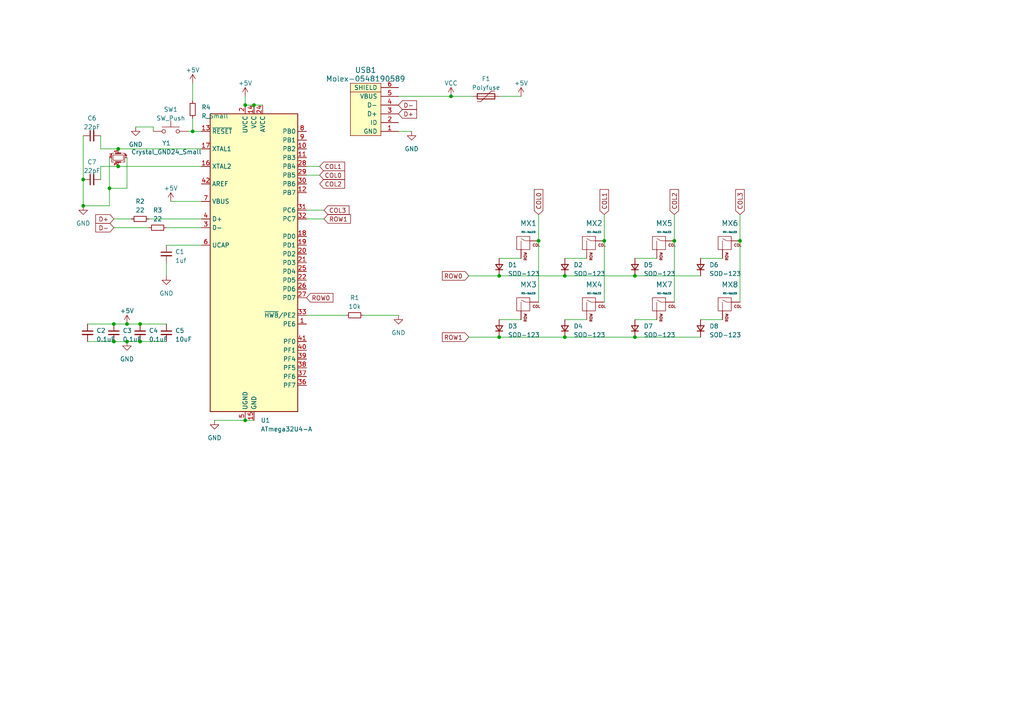
<source format=kicad_sch>
(kicad_sch (version 20230121) (generator eeschema)
  (paper "A4")
  (lib_symbols
    (symbol "Device:C_Small" (pin_numbers hide) (pin_names (offset 0.254) hide)
      (property "Reference" "C" (at 0.254 1.778 0))
      (property "Value" "C_Small" (at 0.254 -2.032 0))
      (symbol "C_Small_0_1"
        (polyline (pts (xy -1.524 -0.508) (xy 1.524 -0.508)) (stroke (width 0.3302)))
        (polyline (pts (xy -1.524 0.508) (xy 1.524 0.508)) (stroke (width 0.3048)))
      )
      (symbol "C_Small_1_1"
        (pin passive line (at 0 2.54 270) (length 2.032) (name "~") (number "1"))
        (pin passive line (at 0 -2.54 90) (length 2.032) (name "~") (number "2"))
      )
    )
    (symbol "Device:Crystal_GND24_Small" (pin_names (offset 1.016) hide)
      (property "Reference" "Y" (at 1.27 4.445 0))
      (property "Value" "Crystal_GND24_Small" (at 1.27 2.54 0))
      (symbol "Crystal_GND24_Small_0_1"
        (rectangle (start -0.762 -1.524) (end 0.762 1.524))
        (polyline (pts (xy -1.27 -0.762) (xy -1.27 0.762)) (stroke (width 0.381)))
        (polyline (pts (xy 1.27 -0.762) (xy 1.27 0.762)) (stroke (width 0.381)))
        (polyline (pts (xy -1.27 -1.27) (xy -1.27 -1.905) (xy 1.27 -1.905) (xy 1.27 -1.27)))
        (polyline (pts (xy -1.27 1.27) (xy -1.27 1.905) (xy 1.27 1.905) (xy 1.27 1.27)))
      )
      (symbol "Crystal_GND24_Small_1_1"
        (pin passive line (at -2.54 0 0) (length 1.27) (name "1") (number "1"))
        (pin passive line (at 0 -2.54 90) (length 0.635) (name "2") (number "2"))
        (pin passive line (at 2.54 0 180) (length 1.27) (name "3") (number "3"))
        (pin passive line (at 0 2.54 270) (length 0.635) (name "4") (number "4"))
      )
    )
    (symbol "Device:D_Small" (pin_numbers hide) (pin_names (offset 0.254) hide)
      (property "Reference" "D" (at -1.27 2.032 0))
      (property "Value" "D_Small" (at -3.81 -2.032 0))
      (symbol "D_Small_0_1"
        (polyline (pts (xy -0.762 -1.016) (xy -0.762 1.016)) (stroke (width 0.254)))
        (polyline (pts (xy -0.762 0) (xy 0.762 0)))
        (polyline (pts (xy 0.762 -1.016) (xy -0.762 0) (xy 0.762 1.016) (xy 0.762 -1.016)) (stroke (width 0.254)))
      )
      (symbol "D_Small_1_1"
        (pin passive line (at -2.54 0 0) (length 1.778) (name "K") (number "1"))
        (pin passive line (at 2.54 0 180) (length 1.778) (name "A") (number "2"))
      )
    )
    (symbol "Device:Polyfuse" (pin_numbers hide) (pin_names (offset 0))
      (property "Reference" "F" (at -2.54 0 90))
      (property "Value" "Polyfuse" (at 2.54 0 90))
      (symbol "Polyfuse_0_1"
        (rectangle (start -0.762 2.54) (end 0.762 -2.54) (stroke (width 0.254)))
        (polyline (pts (xy 0 2.54) (xy 0 -2.54)))
        (polyline (pts (xy -1.524 2.54) (xy -1.524 1.524) (xy 1.524 -1.524) (xy 1.524 -2.54)))
      )
      (symbol "Polyfuse_1_1"
        (pin passive line (at 0 3.81 270) (length 1.27) (name "~") (number "1"))
        (pin passive line (at 0 -3.81 90) (length 1.27) (name "~") (number "2"))
      )
    )
    (symbol "Device:R_Small" (pin_numbers hide) (pin_names (offset 0.254) hide)
      (property "Reference" "R" (at 0.762 0.508 0))
      (property "Value" "R_Small" (at 0.762 -1.016 0))
      (symbol "R_Small_0_1"
        (rectangle (start -0.762 1.778) (end 0.762 -1.778) (stroke (width 0.2032)))
      )
      (symbol "R_Small_1_1"
        (pin passive line (at 0 2.54 270) (length 0.762) (name "~") (number "1"))
        (pin passive line (at 0 -2.54 90) (length 0.762) (name "~") (number "2"))
      )
    )
    (symbol "MCU_Microchip_ATmega:ATmega32U4-A"
      (property "Reference" "U" (at -12.7 44.45 0))
      (property "Value" "ATmega32U4-A" (at 2.54 -44.45 0))
      (symbol "ATmega32U4-A_0_1"
        (rectangle (start -12.7 -43.18) (end 12.7 43.18) (stroke (width 0.254)) (fill (type background)))
      )
      (symbol "ATmega32U4-A_1_1"
        (pin bidirectional line (at 15.24 -17.78 180) (length 2.54) (name "PE6") (number "1"))
        (pin bidirectional line (at 15.24 33.02 180) (length 2.54) (name "PB2") (number "10"))
        (pin bidirectional line (at 15.24 30.48 180) (length 2.54) (name "PB3") (number "11"))
        (pin bidirectional line (at 15.24 20.32 180) (length 2.54) (name "PB7") (number "12"))
        (pin input line (at -15.24 38.1 0) (length 2.54) (name "~{RESET}") (number "13"))
        (pin power_in line (at 0 45.72 270) (length 2.54) (name "VCC") (number "14"))
        (pin power_in line (at 0 -45.72 90) (length 2.54) (name "GND") (number "15"))
        (pin output line (at -15.24 27.94 0) (length 2.54) (name "XTAL2") (number "16"))
        (pin input line (at -15.24 33.02 0) (length 2.54) (name "XTAL1") (number "17"))
        (pin bidirectional line (at 15.24 7.62 180) (length 2.54) (name "PD0") (number "18"))
        (pin bidirectional line (at 15.24 5.08 180) (length 2.54) (name "PD1") (number "19"))
        (pin power_in line (at -2.54 45.72 270) (length 2.54) (name "UVCC") (number "2"))
        (pin bidirectional line (at 15.24 2.54 180) (length 2.54) (name "PD2") (number "20"))
        (pin bidirectional line (at 15.24 0 180) (length 2.54) (name "PD3") (number "21"))
        (pin bidirectional line (at 15.24 -5.08 180) (length 2.54) (name "PD5") (number "22"))
        (pin passive line (at 0 -45.72 90) (length 2.54) hide (name "GND") (number "23"))
        (pin power_in line (at 2.54 45.72 270) (length 2.54) (name "AVCC") (number "24"))
        (pin bidirectional line (at 15.24 -2.54 180) (length 2.54) (name "PD4") (number "25"))
        (pin bidirectional line (at 15.24 -7.62 180) (length 2.54) (name "PD6") (number "26"))
        (pin bidirectional line (at 15.24 -10.16 180) (length 2.54) (name "PD7") (number "27"))
        (pin bidirectional line (at 15.24 27.94 180) (length 2.54) (name "PB4") (number "28"))
        (pin bidirectional line (at 15.24 25.4 180) (length 2.54) (name "PB5") (number "29"))
        (pin bidirectional line (at -15.24 10.16 0) (length 2.54) (name "D-") (number "3"))
        (pin bidirectional line (at 15.24 22.86 180) (length 2.54) (name "PB6") (number "30"))
        (pin bidirectional line (at 15.24 15.24 180) (length 2.54) (name "PC6") (number "31"))
        (pin bidirectional line (at 15.24 12.7 180) (length 2.54) (name "PC7") (number "32"))
        (pin bidirectional line (at 15.24 -15.24 180) (length 2.54) (name "~{HWB}/PE2") (number "33"))
        (pin passive line (at 0 45.72 270) (length 2.54) hide (name "VCC") (number "34"))
        (pin passive line (at 0 -45.72 90) (length 2.54) hide (name "GND") (number "35"))
        (pin bidirectional line (at 15.24 -35.56 180) (length 2.54) (name "PF7") (number "36"))
        (pin bidirectional line (at 15.24 -33.02 180) (length 2.54) (name "PF6") (number "37"))
        (pin bidirectional line (at 15.24 -30.48 180) (length 2.54) (name "PF5") (number "38"))
        (pin bidirectional line (at 15.24 -27.94 180) (length 2.54) (name "PF4") (number "39"))
        (pin bidirectional line (at -15.24 12.7 0) (length 2.54) (name "D+") (number "4"))
        (pin bidirectional line (at 15.24 -25.4 180) (length 2.54) (name "PF1") (number "40"))
        (pin bidirectional line (at 15.24 -22.86 180) (length 2.54) (name "PF0") (number "41"))
        (pin passive line (at -15.24 22.86 0) (length 2.54) (name "AREF") (number "42"))
        (pin passive line (at 0 -45.72 90) (length 2.54) hide (name "GND") (number "43"))
        (pin passive line (at 2.54 45.72 270) (length 2.54) hide (name "AVCC") (number "44"))
        (pin passive line (at -2.54 -45.72 90) (length 2.54) (name "UGND") (number "5"))
        (pin passive line (at -15.24 5.08 0) (length 2.54) (name "UCAP") (number "6"))
        (pin input line (at -15.24 17.78 0) (length 2.54) (name "VBUS") (number "7"))
        (pin bidirectional line (at 15.24 38.1 180) (length 2.54) (name "PB0") (number "8"))
        (pin bidirectional line (at 15.24 35.56 180) (length 2.54) (name "PB1") (number "9"))
      )
    )
    (symbol "MX_Alps_Hybrid:MX-NoLED" (pin_names (offset 1.016))
      (property "Reference" "MX" (at -0.635 3.81 0))
      (property "Value" "MX-NoLED" (at -0.635 1.27 0))
      (symbol "MX-NoLED_0_0"
        (rectangle (start -2.54 2.54) (end 1.27 -1.27))
        (polyline (pts (xy -1.27 -1.27) (xy -1.27 1.27)) (stroke (width 0.127)))
        (polyline (pts (xy 1.27 1.27) (xy 0 1.27) (xy -1.27 1.905)) (stroke (width 0.127)))
        (text "COL" (at 3.175 0 0) (effects (font (size 0.762 0.762))))
        (text "ROW" (at 0 -1.905 900) (effects (font (size 0.762 0.762)) (justify right)))
      )
      (symbol "MX-NoLED_1_1"
        (pin passive line (at 3.81 1.27 180) (length 2.54) (name "COL") (number "1"))
        (pin passive line (at -1.27 -3.81 90) (length 2.54) (name "ROW") (number "2"))
      )
    )
    (symbol "Switch:SW_Push" (pin_numbers hide) (pin_names (offset 1.016) hide)
      (property "Reference" "SW" (at 1.27 2.54 0))
      (property "Value" "SW_Push" (at 0 -1.524 0))
      (symbol "SW_Push_0_1"
        (circle (center -2.032 0) (radius 0.508))
        (polyline (pts (xy 0 1.27) (xy 0 3.048)))
        (polyline (pts (xy 2.54 1.27) (xy -2.54 1.27)))
        (circle (center 2.032 0) (radius 0.508))
        (pin passive line (at -5.08 0 0) (length 2.54) (name "1") (number "1"))
        (pin passive line (at 5.08 0 180) (length 2.54) (name "2") (number "2"))
      )
    )
    (symbol "power:+5V" (power) (pin_names (offset 0))
      (property "Value" "+5V" (at 0 3.556 0))
      (symbol "+5V_0_1"
        (polyline (pts (xy -0.762 1.27) (xy 0 2.54)))
        (polyline (pts (xy 0 0) (xy 0 2.54)))
        (polyline (pts (xy 0 2.54) (xy 0.762 1.27)))
      )
      (symbol "+5V_1_1"
        (pin power_in line (at 0 0 90) (length 0) hide (name "+5V") (number "1"))
      )
    )
    (symbol "power:GND" (power) (pin_names (offset 0))
      (property "Value" "GND" (at 0 -3.81 0))
      (symbol "GND_0_1"
        (polyline (pts (xy 0 0) (xy 0 -1.27) (xy 1.27 -1.27) (xy 0 -2.54) (xy -1.27 -1.27) (xy 0 -1.27)))
      )
      (symbol "GND_1_1"
        (pin power_in line (at 0 0 270) (length 0) hide (name "GND") (number "1"))
      )
    )
    (symbol "power:VCC" (power) (pin_names (offset 0))
      (property "Value" "VCC" (at 0 3.81 0))
      (symbol "VCC_0_1"
        (polyline (pts (xy -0.762 1.27) (xy 0 2.54)))
        (polyline (pts (xy 0 0) (xy 0 2.54)))
        (polyline (pts (xy 0 2.54) (xy 0.762 1.27)))
      )
      (symbol "VCC_1_1"
        (pin power_in line (at 0 0 90) (length 0) hide (name "VCC") (number "1"))
      )
    )
    (symbol "random-keyboard-parts:Molex-0548190589" (pin_names (offset 1.016))
      (property "Reference" "USB" (at 0 7.62 0))
      (property "Value" "Molex-0548190589" (at 0 10.16 0))
      (symbol "Molex-0548190589_0_0"
        (polyline (pts (xy 6.35 -2.54) (xy 6.35 6.35)))
        (rectangle (start 8.89 -2.54) (end -6.35 6.35) (fill (type background)))
      )
      (symbol "Molex-0548190589_1_1"
        (pin input line (at -5.08 -7.62 90) (length 5.08) (name "GND") (number "1"))
        (pin input line (at -2.54 -7.62 90) (length 5.08) (name "ID") (number "2"))
        (pin input line (at 0 -7.62 90) (length 5.08) (name "D+") (number "3"))
        (pin input line (at 2.54 -7.62 90) (length 5.08) (name "D-") (number "4"))
        (pin input line (at 5.08 -7.62 90) (length 5.08) (name "VBUS") (number "5"))
        (pin input line (at 7.62 -7.62 90) (length 5.08) (name "SHIELD") (number "6"))
      )
    )
  )
  (junction (at 144.78 80.01))
  (junction (at 184.15 97.79))
  (junction (at 55.88 38.1))
  (junction (at 36.83 99.06))
  (junction (at 33.02 93.98))
  (junction (at 144.78 97.79))
  (junction (at 130.81 27.94))
  (junction (at 163.83 80.01))
  (junction (at 31.75 54.61))
  (junction (at 40.64 93.98))
  (junction (at 214.63 69.85))
  (junction (at 24.13 59.69))
  (junction (at 36.83 93.98))
  (junction (at 195.58 69.85))
  (junction (at 156.21 69.85))
  (junction (at 71.12 30.48))
  (junction (at 184.15 80.01))
  (junction (at 175.26 69.85))
  (junction (at 73.66 30.48))
  (junction (at 40.64 99.06))
  (junction (at 34.29 48.26))
  (junction (at 33.02 99.06))
  (junction (at 34.29 43.18))
  (junction (at 71.12 121.92))
  (junction (at 24.13 52.07))
  (junction (at 163.83 97.79))
  (wire (pts (xy 214.63 69.85) (xy 214.63 87.63)))
  (wire (pts (xy 156.21 69.85) (xy 156.21 87.63)))
  (wire (pts (xy 43.18 63.5) (xy 58.42 63.5)))
  (wire (pts (xy 144.78 97.79) (xy 163.83 97.79)))
  (wire (pts (xy 144.78 74.93) (xy 151.13 74.93)))
  (wire (pts (xy 88.9 91.44) (xy 100.33 91.44)))
  (wire (pts (xy 175.26 69.85) (xy 175.26 87.63)))
  (wire (pts (xy 29.21 48.26) (xy 29.21 52.07)))
  (wire (pts (xy 175.26 62.23) (xy 175.26 69.85)))
  (wire (pts (xy 62.23 121.92) (xy 71.12 121.92)))
  (wire (pts (xy 24.13 52.07) (xy 24.13 59.69)))
  (wire (pts (xy 54.61 38.1) (xy 55.88 38.1)))
  (wire (pts (xy 71.12 27.94) (xy 71.12 30.48)))
  (wire (pts (xy 184.15 92.71) (xy 190.5 92.71)))
  (wire (pts (xy 49.53 58.42) (xy 58.42 58.42)))
  (wire (pts (xy 163.83 80.01) (xy 184.15 80.01)))
  (wire (pts (xy 163.83 74.93) (xy 170.18 74.93)))
  (wire (pts (xy 48.26 76.2) (xy 48.26 80.01)))
  (wire (pts (xy 44.45 38.1) (xy 44.45 36.83)))
  (wire (pts (xy 24.13 39.37) (xy 24.13 52.07)))
  (wire (pts (xy 36.83 54.61) (xy 31.75 54.61)))
  (wire (pts (xy 31.75 59.69) (xy 24.13 59.69)))
  (wire (pts (xy 144.78 92.71) (xy 151.13 92.71)))
  (wire (pts (xy 203.2 74.93) (xy 209.55 74.93)))
  (wire (pts (xy 88.9 50.8) (xy 92.71 50.8)))
  (wire (pts (xy 25.4 93.98) (xy 33.02 93.98)))
  (wire (pts (xy 71.12 121.92) (xy 73.66 121.92)))
  (wire (pts (xy 31.75 45.72) (xy 31.75 54.61)))
  (wire (pts (xy 203.2 92.71) (xy 209.55 92.71)))
  (wire (pts (xy 73.66 30.48) (xy 76.2 30.48)))
  (wire (pts (xy 135.89 97.79) (xy 144.78 97.79)))
  (wire (pts (xy 48.26 71.12) (xy 58.42 71.12)))
  (wire (pts (xy 29.21 43.18) (xy 29.21 39.37)))
  (wire (pts (xy 163.83 92.71) (xy 170.18 92.71)))
  (wire (pts (xy 40.64 93.98) (xy 48.26 93.98)))
  (wire (pts (xy 214.63 62.23) (xy 214.63 69.85)))
  (wire (pts (xy 34.29 48.26) (xy 29.21 48.26)))
  (wire (pts (xy 88.9 63.5) (xy 93.98 63.5)))
  (wire (pts (xy 44.45 36.83) (xy 39.37 36.83)))
  (wire (pts (xy 33.02 93.98) (xy 36.83 93.98)))
  (wire (pts (xy 31.75 54.61) (xy 31.75 59.69)))
  (wire (pts (xy 36.83 93.98) (xy 40.64 93.98)))
  (wire (pts (xy 115.57 27.94) (xy 130.81 27.94)))
  (wire (pts (xy 34.29 43.18) (xy 58.42 43.18)))
  (wire (pts (xy 184.15 74.93) (xy 190.5 74.93)))
  (wire (pts (xy 36.83 45.72) (xy 36.83 54.61)))
  (wire (pts (xy 48.26 66.04) (xy 58.42 66.04)))
  (wire (pts (xy 33.02 63.5) (xy 38.1 63.5)))
  (wire (pts (xy 163.83 97.79) (xy 184.15 97.79)))
  (wire (pts (xy 34.29 43.18) (xy 29.21 43.18)))
  (wire (pts (xy 34.29 48.26) (xy 58.42 48.26)))
  (wire (pts (xy 156.21 62.23) (xy 156.21 69.85)))
  (wire (pts (xy 88.9 60.96) (xy 93.98 60.96)))
  (wire (pts (xy 195.58 69.85) (xy 195.58 87.63)))
  (wire (pts (xy 135.89 80.01) (xy 144.78 80.01)))
  (wire (pts (xy 33.02 99.06) (xy 36.83 99.06)))
  (wire (pts (xy 55.88 24.13) (xy 55.88 29.21)))
  (wire (pts (xy 55.88 38.1) (xy 58.42 38.1)))
  (wire (pts (xy 40.64 99.06) (xy 48.26 99.06)))
  (wire (pts (xy 144.78 27.94) (xy 151.13 27.94)))
  (wire (pts (xy 115.57 38.1) (xy 119.38 38.1)))
  (wire (pts (xy 36.83 99.06) (xy 40.64 99.06)))
  (wire (pts (xy 184.15 97.79) (xy 203.2 97.79)))
  (wire (pts (xy 130.81 27.94) (xy 137.16 27.94)))
  (wire (pts (xy 184.15 80.01) (xy 203.2 80.01)))
  (wire (pts (xy 105.41 91.44) (xy 115.57 91.44)))
  (wire (pts (xy 88.9 48.26) (xy 92.71 48.26)))
  (wire (pts (xy 195.58 62.23) (xy 195.58 69.85)))
  (wire (pts (xy 33.02 66.04) (xy 43.18 66.04)))
  (wire (pts (xy 71.12 30.48) (xy 73.66 30.48)))
  (wire (pts (xy 144.78 80.01) (xy 163.83 80.01)))
  (wire (pts (xy 55.88 34.29) (xy 55.88 38.1)))
  (wire (pts (xy 25.4 99.06) (xy 33.02 99.06)))
  (global_label "COL0" (shape input) (at 156.21 62.23 90) (property "Intersheetrefs" "${INTERSHEET_REFS}" (effects hide)))
  (global_label "COL2" (shape input) (at 92.71 53.34 0) (property "Intersheetrefs" "${INTERSHEET_REFS}" (effects hide)))
  (global_label "D+" (shape input) (at 33.02 63.5 180) (property "Intersheetrefs" "${INTERSHEET_REFS}" (effects hide)))
  (global_label "ROW0" (shape input) (at 88.9 86.36 0) (property "Intersheetrefs" "${INTERSHEET_REFS}" (effects hide)))
  (global_label "D+" (shape input) (at 115.57 33.02 0) (property "Intersheetrefs" "${INTERSHEET_REFS}" (effects hide)))
  (global_label "ROW1" (shape output) (at 128.27 97.79 0) (property "Intersheetrefs" "${INTERSHEET_REFS}" (effects hide)))
  (global_label "COL3" (shape input) (at 93.98 60.96 0) (property "Intersheetrefs" "${INTERSHEET_REFS}" (effects hide)))
  (global_label "D-" (shape input) (at 115.57 30.48 0) (property "Intersheetrefs" "${INTERSHEET_REFS}" (effects hide)))
  (global_label "COL2" (shape input) (at 195.58 62.23 90) (property "Intersheetrefs" "${INTERSHEET_REFS}" (effects hide)))
  (global_label "COL3" (shape input) (at 214.63 62.23 90) (property "Intersheetrefs" "${INTERSHEET_REFS}" (effects hide)))
  (global_label "ROW1" (shape input) (at 93.98 63.5 0) (property "Intersheetrefs" "${INTERSHEET_REFS}" (effects hide)))
  (global_label "ROW0" (shape output) (at 128.27 80.01 0) (property "Intersheetrefs" "${INTERSHEET_REFS}" (effects hide)))
  (global_label "D-" (shape input) (at 33.02 66.04 180) (property "Intersheetrefs" "${INTERSHEET_REFS}" (effects hide)))
  (global_label "COL1" (shape input) (at 175.26 62.23 90) (property "Intersheetrefs" "${INTERSHEET_REFS}" (effects hide)))
  (global_label "COL1" (shape input) (at 92.71 48.26 0) (property "Intersheetrefs" "${INTERSHEET_REFS}" (effects hide)))
  (global_label "COL0" (shape input) (at 92.71 50.8 0) (property "Intersheetrefs" "${INTERSHEET_REFS}" (effects hide)))
  (symbol (lib_id "power:GND") (at 48.26 80.01 0) (unit 1)
    (property "Reference" "#PWR04" (effects hide))
    (property "Value" "GND" (at 48.26 85.09 0))
  )
  (symbol (lib_id "power:+5V") (at 49.53 58.42 0) (unit 1)
    (property "Reference" "#PWR07" (effects hide))
    (property "Value" "+5V" (at 49.53 54.61 0))
  )
  (symbol (lib_id "MX_Alps_Hybrid:MX-NoLED") (at 152.4 88.9 0) (unit 1)
    (property "Reference" "MX3" (at 153.2832 82.55 0) (effects (font (size 1.524 1.524))))
    (property "Value" "MX-NoLED" (at 153.2832 85.09 0) (effects (font (size 0.508 0.508))))
  )
  (symbol (lib_id "MX_Alps_Hybrid:MX-NoLED") (at 210.82 88.9 0) (unit 1)
    (property "Reference" "MX8" (at 211.7032 82.55 0) (effects (font (size 1.524 1.524))))
    (property "Value" "MX-NoLED" (at 211.7032 85.09 0) (effects (font (size 0.508 0.508))))
  )
  (symbol (lib_id "Device:D_Small") (at 203.2 95.25 90) (unit 1)
    (property "Reference" "D8" (at 205.74 94.615 90) (effects (justify right)))
    (property "Value" "SOD-123" (at 205.74 97.155 90) (effects (justify right)))
    (property "Footprint" "Diode_SMD:D_SOD-123" (effects hide))
    (property "Sim.Device" "D" (effects hide))
    (property "Sim.Pins" "1=K 2=A" (effects hide))
  )
  (symbol (lib_id "Device:C_Small") (at 40.64 96.52 0) (unit 1)
    (property "Reference" "C4" (at 43.18 95.8913 0) (effects (justify left)))
    (property "Value" "0.1uF" (at 43.18 98.4313 0) (effects (justify left)))
    (property "Footprint" "Capacitor_SMD:C_0805_2012Metric" (effects hide))
  )
  (symbol (lib_id "power:+5V") (at 36.83 93.98 0) (unit 1)
    (property "Reference" "#PWR06" (effects hide))
    (property "Value" "+5V" (at 36.83 90.17 0))
  )
  (symbol (lib_id "Device:R_Small") (at 102.87 91.44 90) (unit 1)
    (property "Reference" "R1" (at 102.87 86.36 90))
    (property "Value" "10k" (at 102.87 88.9 90))
    (property "Footprint" "Resistor_SMD:R_0805_2012Metric" (effects hide))
  )
  (symbol (lib_id "power:VCC") (at 130.81 27.94 0) (unit 1)
    (property "Reference" "#PWR011" (effects hide))
    (property "Value" "VCC" (at 130.81 24.13 0))
  )
  (symbol (lib_id "Device:D_Small") (at 184.15 95.25 90) (unit 1)
    (property "Reference" "D7" (at 186.69 94.615 90) (effects (justify right)))
    (property "Value" "SOD-123" (at 186.69 97.155 90) (effects (justify right)))
    (property "Footprint" "Diode_SMD:D_SOD-123" (effects hide))
    (property "Sim.Device" "D" (effects hide))
    (property "Sim.Pins" "1=K 2=A" (effects hide))
  )
  (symbol (lib_id "random-keyboard-parts:Molex-0548190589") (at 107.95 33.02 90) (unit 1)
    (property "Reference" "USB1" (at 106.045 20.32 90) (effects (font (size 1.524 1.524))))
    (property "Value" "Molex-0548190589" (at 106.045 22.86 90) (effects (font (size 1.524 1.524))))
    (property "Footprint" "random-keyboard-parts:Molex-0548190589" (effects hide))
  )
  (symbol (lib_id "Device:R_Small") (at 55.88 31.75 0) (unit 1)
    (property "Reference" "R4" (at 58.42 31.115 0) (effects (justify left)))
    (property "Value" "R_Small" (at 58.42 33.655 0) (effects (justify left)))
    (property "Footprint" "Resistor_SMD:R_0805_2012Metric" (effects hide))
  )
  (symbol (lib_id "power:GND") (at 24.13 59.69 0) (unit 1)
    (property "Reference" "#PWR08" (effects hide))
    (property "Value" "GND" (at 24.13 64.77 0))
  )
  (symbol (lib_id "power:+5V") (at 55.88 24.13 0) (unit 1)
    (property "Reference" "#PWR010" (effects hide))
    (property "Value" "+5V" (at 55.88 20.32 0))
  )
  (symbol (lib_id "Device:Crystal_GND24_Small") (at 34.29 45.72 270) (unit 1)
    (property "Reference" "Y1" (at 48.26 41.5289 90))
    (property "Value" "Crystal_GND24_Small" (at 48.26 44.0689 90))
    (property "Footprint" "Crystal:Crystal_SMD_3225-4Pin_3.2x2.5mm" (effects hide))
  )
  (symbol (lib_id "power:GND") (at 39.37 36.83 0) (unit 1)
    (property "Reference" "#PWR09" (effects hide))
    (property "Value" "GND" (at 39.37 41.91 0))
  )
  (symbol (lib_id "Device:C_Small") (at 26.67 52.07 90) (unit 1)
    (property "Reference" "C7" (at 26.6763 46.99 90))
    (property "Value" "22pF" (at 26.6763 49.53 90))
    (property "Footprint" "Capacitor_SMD:C_0805_2012Metric" (effects hide))
  )
  (symbol (lib_id "MX_Alps_Hybrid:MX-NoLED") (at 191.77 71.12 0) (unit 1)
    (property "Reference" "MX5" (at 192.6532 64.77 0) (effects (font (size 1.524 1.524))))
    (property "Value" "MX-NoLED" (at 192.6532 67.31 0) (effects (font (size 0.508 0.508))))
  )
  (symbol (lib_id "Device:D_Small") (at 144.78 77.47 90) (unit 1)
    (property "Reference" "D1" (at 147.32 76.835 90) (effects (justify right)))
    (property "Value" "SOD-123" (at 147.32 79.375 90) (effects (justify right)))
    (property "Footprint" "Diode_SMD:D_SOD-123" (effects hide))
    (property "Sim.Device" "D" (effects hide))
    (property "Sim.Pins" "1=K 2=A" (effects hide))
  )
  (symbol (lib_id "Device:R_Small") (at 40.64 63.5 90) (unit 1)
    (property "Reference" "R2" (at 40.64 58.42 90))
    (property "Value" "22" (at 40.64 60.96 90))
    (property "Footprint" "Resistor_SMD:R_0805_2012Metric" (effects hide))
  )
  (symbol (lib_id "Switch:SW_Push") (at 49.53 38.1 0) (unit 1)
    (property "Reference" "SW1" (at 49.53 31.75 0))
    (property "Value" "SW_Push" (at 49.53 34.29 0))
    (property "Footprint" "random-keyboard-parts:SKQG-1155865" (effects hide))
  )
  (symbol (lib_id "Device:D_Small") (at 144.78 95.25 90) (unit 1)
    (property "Reference" "D3" (at 147.32 94.615 90) (effects (justify right)))
    (property "Value" "SOD-123" (at 147.32 97.155 90) (effects (justify right)))
    (property "Footprint" "Diode_SMD:D_SOD-123" (effects hide))
    (property "Sim.Device" "D" (effects hide))
    (property "Sim.Pins" "1=K 2=A" (effects hide))
  )
  (symbol (lib_id "MCU_Microchip_ATmega:ATmega32U4-A") (at 73.66 76.2 0) (unit 1)
    (property "Reference" "U1" (at 75.6159 121.92 0) (effects (justify left)))
    (property "Value" "ATmega32U4-A" (at 75.6159 124.46 0) (effects (justify left)))
    (property "Footprint" "Package_QFP:TQFP-44_10x10mm_P0.8mm" (effects hide))
    (property "Datasheet" "http://ww1.microchip.com/downloads/en/DeviceDoc/Atmel-7766-8-bit-AVR-ATmega16U4-32U4_Datasheet.pdf" (effects hide))
  )
  (symbol (lib_id "Device:Polyfuse") (at 140.97 27.94 90) (unit 1)
    (property "Reference" "F1" (at 140.97 22.86 90))
    (property "Value" "Polyfuse" (at 140.97 25.4 90))
    (property "Footprint" "Fuse:Fuse_1206_3216Metric" (effects hide))
  )
  (symbol (lib_id "MX_Alps_Hybrid:MX-NoLED") (at 191.77 88.9 0) (unit 1)
    (property "Reference" "MX7" (at 192.6532 82.55 0) (effects (font (size 1.524 1.524))))
    (property "Value" "MX-NoLED" (at 192.6532 85.09 0) (effects (font (size 0.508 0.508))))
  )
  (symbol (lib_id "power:GND") (at 62.23 121.92 0) (unit 1)
    (property "Reference" "#PWR02" (effects hide))
    (property "Value" "GND" (at 62.23 127 0))
  )
  (symbol (lib_id "power:GND") (at 119.38 38.1 0) (unit 1)
    (property "Reference" "#PWR013" (effects hide))
    (property "Value" "GND" (at 119.38 43.18 0))
  )
  (symbol (lib_id "Device:C_Small") (at 33.02 96.52 0) (unit 1)
    (property "Reference" "C3" (at 35.56 95.8913 0) (effects (justify left)))
    (property "Value" "0.1uF" (at 35.56 98.4313 0) (effects (justify left)))
    (property "Footprint" "Capacitor_SMD:C_0805_2012Metric" (effects hide))
  )
  (symbol (lib_id "power:+5V") (at 151.13 27.94 0) (unit 1)
    (property "Reference" "#PWR012" (effects hide))
    (property "Value" "+5V" (at 151.13 24.13 0))
  )
  (symbol (lib_id "Device:D_Small") (at 163.83 95.25 90) (unit 1)
    (property "Reference" "D4" (at 166.37 94.615 90) (effects (justify right)))
    (property "Value" "SOD-123" (at 166.37 97.155 90) (effects (justify right)))
    (property "Footprint" "Diode_SMD:D_SOD-123" (effects hide))
    (property "Sim.Device" "D" (effects hide))
    (property "Sim.Pins" "1=K 2=A" (effects hide))
  )
  (symbol (lib_id "MX_Alps_Hybrid:MX-NoLED") (at 152.4 71.12 0) (unit 1)
    (property "Reference" "MX1" (at 153.2832 64.77 0) (effects (font (size 1.524 1.524))))
    (property "Value" "MX-NoLED" (at 153.2832 67.31 0) (effects (font (size 0.508 0.508))))
  )
  (symbol (lib_id "Device:C_Small") (at 48.26 73.66 0) (unit 1)
    (property "Reference" "C1" (at 50.8 73.0313 0) (effects (justify left)))
    (property "Value" "1uf" (at 50.8 75.5713 0) (effects (justify left)))
    (property "Footprint" "Capacitor_SMD:C_0805_2012Metric" (effects hide))
  )
  (symbol (lib_id "Device:D_Small") (at 163.83 77.47 90) (unit 1)
    (property "Reference" "D2" (at 166.37 76.835 90) (effects (justify right)))
    (property "Value" "SOD-123" (at 166.37 79.375 90) (effects (justify right)))
    (property "Footprint" "Diode_SMD:D_SOD-123" (effects hide))
    (property "Sim.Device" "D" (effects hide))
    (property "Sim.Pins" "1=K 2=A" (effects hide))
  )
  (symbol (lib_id "power:+5V") (at 71.12 27.94 0) (unit 1)
    (property "Reference" "#PWR01" (effects hide))
    (property "Value" "+5V" (at 71.12 24.13 0))
  )
  (symbol (lib_id "Device:R_Small") (at 45.72 66.04 90) (unit 1)
    (property "Reference" "R3" (at 45.72 60.96 90))
    (property "Value" "22" (at 45.72 63.5 90))
    (property "Footprint" "Resistor_SMD:R_0805_2012Metric" (effects hide))
  )
  (symbol (lib_id "Device:C_Small") (at 26.67 39.37 90) (unit 1)
    (property "Reference" "C6" (at 26.6763 34.29 90))
    (property "Value" "22pF" (at 26.6763 36.83 90))
    (property "Footprint" "Capacitor_SMD:C_0805_2012Metric" (effects hide))
  )
  (symbol (lib_id "MX_Alps_Hybrid:MX-NoLED") (at 210.82 71.12 0) (unit 1)
    (property "Reference" "MX6" (at 211.7032 64.77 0) (effects (font (size 1.524 1.524))))
    (property "Value" "MX-NoLED" (at 211.7032 67.31 0) (effects (font (size 0.508 0.508))))
  )
  (symbol (lib_id "power:GND") (at 36.83 99.06 0) (unit 1)
    (property "Reference" "#PWR05" (effects hide))
    (property "Value" "GND" (at 36.83 104.14 0))
  )
  (symbol (lib_id "Device:D_Small") (at 203.2 77.47 90) (unit 1)
    (property "Reference" "D6" (at 205.74 76.835 90) (effects (justify right)))
    (property "Value" "SOD-123" (at 205.74 79.375 90) (effects (justify right)))
    (property "Footprint" "Diode_SMD:D_SOD-123" (effects hide))
    (property "Sim.Device" "D" (effects hide))
    (property "Sim.Pins" "1=K 2=A" (effects hide))
  )
  (symbol (lib_id "Device:D_Small") (at 184.15 77.47 90) (unit 1)
    (property "Reference" "D5" (at 186.69 76.835 90) (effects (justify right)))
    (property "Value" "SOD-123" (at 186.69 79.375 90) (effects (justify right)))
    (property "Footprint" "Diode_SMD:D_SOD-123" (effects hide))
    (property "Sim.Device" "D" (effects hide))
    (property "Sim.Pins" "1=K 2=A" (effects hide))
  )
  (symbol (lib_id "power:GND") (at 115.57 91.44 0) (unit 1)
    (property "Reference" "#PWR03" (effects hide))
    (property "Value" "GND" (at 115.57 96.52 0))
  )
  (symbol (lib_id "MX_Alps_Hybrid:MX-NoLED") (at 171.45 71.12 0) (unit 1)
    (property "Reference" "MX2" (at 172.3332 64.77 0) (effects (font (size 1.524 1.524))))
    (property "Value" "MX-NoLED" (at 172.3332 67.31 0) (effects (font (size 0.508 0.508))))
  )
  (symbol (lib_id "MX_Alps_Hybrid:MX-NoLED") (at 171.45 88.9 0) (unit 1)
    (property "Reference" "MX4" (at 172.3332 82.55 0) (effects (font (size 1.524 1.524))))
    (property "Value" "MX-NoLED" (at 172.3332 85.09 0) (effects (font (size 0.508 0.508))))
  )
  (symbol (lib_id "Device:C_Small") (at 48.26 96.52 0) (unit 1)
    (property "Reference" "C5" (at 50.8 95.8913 0) (effects (justify left)))
    (property "Value" "10uF" (at 50.8 98.4313 0) (effects (justify left)))
    (property "Footprint" "Capacitor_SMD:C_0805_2012Metric" (effects hide))
  )
  (symbol (lib_id "Device:C_Small") (at 25.4 96.52 0) (unit 1)
    (property "Reference" "C2" (at 27.94 95.8913 0) (effects (justify left)))
    (property "Value" "0.1uF" (at 27.94 98.4313 0) (effects (justify left)))
    (property "Footprint" "Capacitor_SMD:C_0805_2012Metric" (effects hide))
  )
)
</source>
